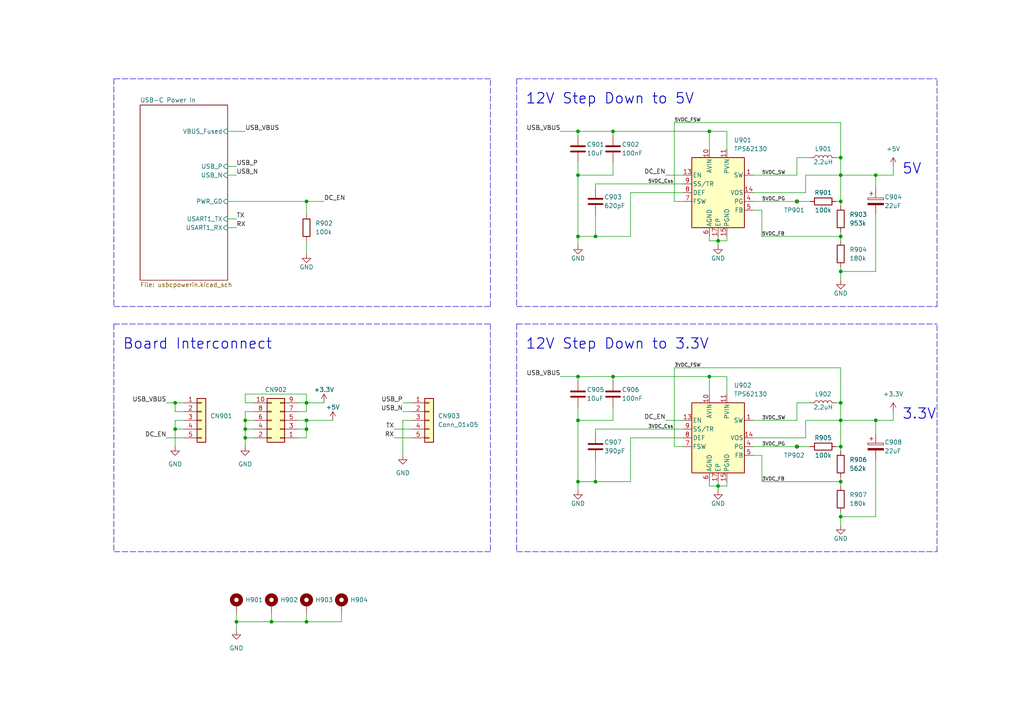
<source format=kicad_sch>
(kicad_sch (version 20211123) (generator eeschema)
  (paper "A4")
  (lib_symbols
    (symbol "Connector:TestPoint_Small" (pin_numbers hide) (pin_names (offset 0.762) hide)
      (property "Reference" "TP" (at 0 3.81 0))
      (property "Value" "TestPoint_Small" (at 0 2.032 0))
      (symbol "TestPoint_Small_0_1"
        (circle (center 0 0) (radius 0.508))
      )
      (symbol "TestPoint_Small_1_1"
        (pin passive line (at 0 0 90) (length 0) (name "1") (number "1"))
      )
    )
    (symbol "Connector_Generic:Conn_01x05" (pin_names (offset 1.016) hide)
      (property "Reference" "J" (at 0 7.62 0))
      (property "Value" "Conn_01x05" (at 0 -7.62 0))
      (symbol "Conn_01x05_1_1"
        (rectangle (start -1.27 -4.953) (end 0 -5.207) (stroke (width 0.1524)))
        (rectangle (start -1.27 -2.413) (end 0 -2.667) (stroke (width 0.1524)))
        (rectangle (start -1.27 0.127) (end 0 -0.127) (stroke (width 0.1524)))
        (rectangle (start -1.27 2.667) (end 0 2.413) (stroke (width 0.1524)))
        (rectangle (start -1.27 5.207) (end 0 4.953) (stroke (width 0.1524)))
        (rectangle (start -1.27 6.35) (end 1.27 -6.35) (stroke (width 0.254)) (fill (type background)))
        (pin passive line (at -5.08 5.08 0) (length 3.81) (name "Pin_1") (number "1"))
        (pin passive line (at -5.08 2.54 0) (length 3.81) (name "Pin_2") (number "2"))
        (pin passive line (at -5.08 0 0) (length 3.81) (name "Pin_3") (number "3"))
        (pin passive line (at -5.08 -2.54 0) (length 3.81) (name "Pin_4") (number "4"))
        (pin passive line (at -5.08 -5.08 0) (length 3.81) (name "Pin_5") (number "5"))
      )
    )
    (symbol "Connector_Generic:Conn_02x05_Odd_Even" (pin_names (offset 1.016) hide)
      (property "Reference" "J" (at 1.27 7.62 0))
      (property "Value" "Conn_02x05_Odd_Even" (at 1.27 -7.62 0))
      (symbol "Conn_02x05_Odd_Even_1_1"
        (rectangle (start -1.27 -4.953) (end 0 -5.207) (stroke (width 0.1524)))
        (rectangle (start -1.27 -2.413) (end 0 -2.667) (stroke (width 0.1524)))
        (rectangle (start -1.27 0.127) (end 0 -0.127) (stroke (width 0.1524)))
        (rectangle (start -1.27 2.667) (end 0 2.413) (stroke (width 0.1524)))
        (rectangle (start -1.27 5.207) (end 0 4.953) (stroke (width 0.1524)))
        (rectangle (start -1.27 6.35) (end 3.81 -6.35) (stroke (width 0.254)) (fill (type background)))
        (rectangle (start 3.81 -4.953) (end 2.54 -5.207) (stroke (width 0.1524)))
        (rectangle (start 3.81 -2.413) (end 2.54 -2.667) (stroke (width 0.1524)))
        (rectangle (start 3.81 0.127) (end 2.54 -0.127) (stroke (width 0.1524)))
        (rectangle (start 3.81 2.667) (end 2.54 2.413) (stroke (width 0.1524)))
        (rectangle (start 3.81 5.207) (end 2.54 4.953) (stroke (width 0.1524)))
        (pin passive line (at -5.08 5.08 0) (length 3.81) (name "Pin_1") (number "1"))
        (pin passive line (at 7.62 -5.08 180) (length 3.81) (name "Pin_10") (number "10"))
        (pin passive line (at 7.62 5.08 180) (length 3.81) (name "Pin_2") (number "2"))
        (pin passive line (at -5.08 2.54 0) (length 3.81) (name "Pin_3") (number "3"))
        (pin passive line (at 7.62 2.54 180) (length 3.81) (name "Pin_4") (number "4"))
        (pin passive line (at -5.08 0 0) (length 3.81) (name "Pin_5") (number "5"))
        (pin passive line (at 7.62 0 180) (length 3.81) (name "Pin_6") (number "6"))
        (pin passive line (at -5.08 -2.54 0) (length 3.81) (name "Pin_7") (number "7"))
        (pin passive line (at 7.62 -2.54 180) (length 3.81) (name "Pin_8") (number "8"))
        (pin passive line (at -5.08 -5.08 0) (length 3.81) (name "Pin_9") (number "9"))
      )
    )
    (symbol "Device:C" (pin_numbers hide) (pin_names (offset 0.254))
      (property "Reference" "C" (at 0.635 2.54 0))
      (property "Value" "C" (at 0.635 -2.54 0))
      (symbol "C_0_1"
        (polyline (pts (xy -2.032 -0.762) (xy 2.032 -0.762)) (stroke (width 0.508)))
        (polyline (pts (xy -2.032 0.762) (xy 2.032 0.762)) (stroke (width 0.508)))
      )
      (symbol "C_1_1"
        (pin passive line (at 0 3.81 270) (length 2.794) (name "~") (number "1"))
        (pin passive line (at 0 -3.81 90) (length 2.794) (name "~") (number "2"))
      )
    )
    (symbol "Device:C_Polarized" (pin_numbers hide) (pin_names (offset 0.254))
      (property "Reference" "C" (at 0.635 2.54 0))
      (property "Value" "C_Polarized" (at 0.635 -2.54 0))
      (symbol "C_Polarized_0_1"
        (rectangle (start -2.286 0.508) (end 2.286 1.016))
        (polyline (pts (xy -1.778 2.286) (xy -0.762 2.286)))
        (polyline (pts (xy -1.27 2.794) (xy -1.27 1.778)))
        (rectangle (start 2.286 -0.508) (end -2.286 -1.016) (fill (type outline)))
      )
      (symbol "C_Polarized_1_1"
        (pin passive line (at 0 3.81 270) (length 2.794) (name "~") (number "1"))
        (pin passive line (at 0 -3.81 90) (length 2.794) (name "~") (number "2"))
      )
    )
    (symbol "Device:L" (pin_numbers hide) (pin_names (offset 1.016) hide)
      (property "Reference" "L" (at -1.27 0 90))
      (property "Value" "L" (at 1.905 0 90))
      (symbol "L_0_1"
        (arc (start 0 -2.54) (mid 0.635 -1.905) (end 0 -1.27))
        (arc (start 0 -1.27) (mid 0.635 -0.635) (end 0 0))
        (arc (start 0 0) (mid 0.635 0.635) (end 0 1.27))
        (arc (start 0 1.27) (mid 0.635 1.905) (end 0 2.54))
      )
      (symbol "L_1_1"
        (pin passive line (at 0 3.81 270) (length 1.27) (name "1") (number "1"))
        (pin passive line (at 0 -3.81 90) (length 1.27) (name "2") (number "2"))
      )
    )
    (symbol "Device:R" (pin_numbers hide) (pin_names (offset 0))
      (property "Reference" "R" (at 2.032 0 90))
      (property "Value" "R" (at 0 0 90))
      (symbol "R_0_1"
        (rectangle (start -1.016 -2.54) (end 1.016 2.54) (stroke (width 0.254)))
      )
      (symbol "R_1_1"
        (pin passive line (at 0 3.81 270) (length 1.27) (name "~") (number "1"))
        (pin passive line (at 0 -3.81 90) (length 1.27) (name "~") (number "2"))
      )
    )
    (symbol "GND_1" (power) (pin_names (offset 0))
      (property "Value" "GND_1" (at 0 -3.81 0))
      (symbol "GND_1_0_1"
        (polyline (pts (xy 0 0) (xy 0 -1.27) (xy 1.27 -1.27) (xy 0 -2.54) (xy -1.27 -1.27) (xy 0 -1.27)))
      )
      (symbol "GND_1_1_1"
        (pin power_in line (at 0 0 270) (length 0) hide (name "GND") (number "1"))
      )
    )
    (symbol "Mechanical:MountingHole_Pad" (pin_numbers hide) (pin_names (offset 1.016) hide)
      (property "Reference" "H" (at 0 6.35 0))
      (property "Value" "MountingHole_Pad" (at 0 4.445 0))
      (symbol "MountingHole_Pad_0_1"
        (circle (center 0 1.27) (radius 1.27) (stroke (width 1.27)))
      )
      (symbol "MountingHole_Pad_1_1"
        (pin input line (at 0 -2.54 90) (length 2.54) (name "1") (number "1"))
      )
    )
    (symbol "Regulator_Switching:TPS62130" (pin_names (offset 0.254))
      (property "Reference" "U" (at 3.81 13.97 0))
      (property "Value" "TPS62130" (at 3.81 11.43 0))
      (symbol "TPS62130_0_1"
        (rectangle (start -7.62 10.16) (end 7.62 -10.16) (stroke (width 0.254)) (fill (type background)))
      )
      (symbol "TPS62130_1_1"
        (pin output line (at 10.16 5.08 180) (length 2.54) (name "SW") (number "1"))
        (pin power_in line (at -2.54 12.7 270) (length 2.54) (name "AVIN") (number "10"))
        (pin power_in line (at 2.54 12.7 270) (length 2.54) (name "PVIN") (number "11"))
        (pin passive line (at 2.54 12.7 270) (length 2.54) hide (name "PVIN") (number "12"))
        (pin input line (at -10.16 5.08 0) (length 2.54) (name "EN") (number "13"))
        (pin input line (at 10.16 0 180) (length 2.54) (name "VOS") (number "14"))
        (pin power_in line (at 2.54 -12.7 90) (length 2.54) (name "PGND") (number "15"))
        (pin passive line (at 2.54 -12.7 90) (length 2.54) hide (name "PGND") (number "16"))
        (pin power_in line (at 0 -12.7 90) (length 2.54) (name "EP") (number "17"))
        (pin passive line (at 10.16 5.08 180) (length 2.54) hide (name "SW") (number "2"))
        (pin passive line (at 10.16 5.08 180) (length 2.54) hide (name "SW") (number "3"))
        (pin open_collector line (at 10.16 -2.54 180) (length 2.54) (name "PG") (number "4"))
        (pin input line (at 10.16 -5.08 180) (length 2.54) (name "FB") (number "5"))
        (pin power_in line (at -2.54 -12.7 90) (length 2.54) (name "AGND") (number "6"))
        (pin input line (at -10.16 -2.54 0) (length 2.54) (name "FSW") (number "7"))
        (pin input line (at -10.16 0 0) (length 2.54) (name "DEF") (number "8"))
        (pin input line (at -10.16 2.54 0) (length 2.54) (name "SS/TR") (number "9"))
      )
    )
    (symbol "power:+3.3V" (power) (pin_names (offset 0))
      (property "Value" "+3.3V" (at 0 3.556 0))
      (symbol "+3.3V_0_1"
        (polyline (pts (xy -0.762 1.27) (xy 0 2.54)))
        (polyline (pts (xy 0 0) (xy 0 2.54)))
        (polyline (pts (xy 0 2.54) (xy 0.762 1.27)))
      )
      (symbol "+3.3V_1_1"
        (pin power_in line (at 0 0 90) (length 0) hide (name "+3.3V") (number "1"))
      )
    )
    (symbol "power:+5V" (power) (pin_names (offset 0))
      (property "Value" "+5V" (at 0 3.556 0))
      (symbol "+5V_0_1"
        (polyline (pts (xy -0.762 1.27) (xy 0 2.54)))
        (polyline (pts (xy 0 0) (xy 0 2.54)))
        (polyline (pts (xy 0 2.54) (xy 0.762 1.27)))
      )
      (symbol "+5V_1_1"
        (pin power_in line (at 0 0 90) (length 0) hide (name "+5V") (number "1"))
      )
    )
    (symbol "power:GND" (power) (pin_names (offset 0))
      (property "Value" "GND" (at 0 -3.81 0))
      (symbol "GND_0_1"
        (polyline (pts (xy 0 0) (xy 0 -1.27) (xy 1.27 -1.27) (xy 0 -2.54) (xy -1.27 -1.27) (xy 0 -1.27)))
      )
      (symbol "GND_1_1"
        (pin power_in line (at 0 0 270) (length 0) hide (name "GND") (number "1"))
      )
    )
  )
  (junction (at 254 121.92))
  (junction (at 167.64 121.92))
  (junction (at 243.84 116.84))
  (junction (at 167.64 109.22))
  (junction (at 71.12 124.46))
  (junction (at 231.14 58.42))
  (junction (at 50.8 124.46))
  (junction (at 167.64 50.8))
  (junction (at 172.72 139.7))
  (junction (at 243.84 68.58))
  (junction (at 88.9 121.92))
  (junction (at 243.84 121.92))
  (junction (at 167.64 139.7))
  (junction (at 88.9 116.84))
  (junction (at 172.72 68.58))
  (junction (at 88.9 58.42))
  (junction (at 243.84 58.42))
  (junction (at 78.74 180.34))
  (junction (at 167.64 68.58))
  (junction (at 205.74 109.22))
  (junction (at 177.8 109.22))
  (junction (at 243.84 129.54))
  (junction (at 88.9 124.46))
  (junction (at 68.58 180.34))
  (junction (at 50.8 116.84))
  (junction (at 243.84 149.86))
  (junction (at 208.28 140.97))
  (junction (at 177.8 38.1))
  (junction (at 71.12 121.92))
  (junction (at 205.74 38.1))
  (junction (at 167.64 38.1))
  (junction (at 243.84 78.74))
  (junction (at 243.84 139.7))
  (junction (at 243.84 50.8))
  (junction (at 243.84 45.72))
  (junction (at 71.12 127))
  (junction (at 208.28 69.85))
  (junction (at 88.9 180.34))
  (junction (at 231.14 129.54))
  (junction (at 254 50.8))
  (wire (pts (xy 242.57 129.54) (xy 243.84 129.54)))
  (wire (pts (xy 243.84 45.72) (xy 243.84 50.8)))
  (wire (pts (xy 88.9 180.34) (xy 78.74 180.34)))
  (polyline (pts (xy 149.86 22.86) (xy 149.86 88.9)))
  (wire (pts (xy 167.64 121.92) (xy 177.8 121.92)))
  (polyline (pts (xy 142.24 160.02) (xy 33.02 160.02)))
  (wire (pts (xy 88.9 58.42) (xy 66.04 58.42)))
  (polyline (pts (xy 149.86 22.86) (xy 271.78 22.86)))
  (wire (pts (xy 167.64 139.7) (xy 167.64 142.24)))
  (wire (pts (xy 254 54.61) (xy 254 50.8)))
  (wire (pts (xy 116.84 121.92) (xy 116.84 132.08)))
  (wire (pts (xy 243.84 58.42) (xy 243.84 59.69)))
  (wire (pts (xy 50.8 116.84) (xy 53.34 116.84)))
  (wire (pts (xy 195.58 106.68) (xy 243.84 106.68)))
  (wire (pts (xy 210.82 114.3) (xy 210.82 109.22)))
  (wire (pts (xy 231.14 129.54) (xy 234.95 129.54)))
  (wire (pts (xy 218.44 121.92) (xy 231.14 121.92)))
  (wire (pts (xy 177.8 38.1) (xy 177.8 39.37)))
  (polyline (pts (xy 33.02 93.98) (xy 33.02 160.02)))
  (wire (pts (xy 167.64 109.22) (xy 177.8 109.22)))
  (wire (pts (xy 177.8 46.99) (xy 177.8 50.8)))
  (wire (pts (xy 88.9 124.46) (xy 88.9 127)))
  (wire (pts (xy 172.72 124.46) (xy 172.72 125.73)))
  (wire (pts (xy 88.9 58.42) (xy 93.98 58.42)))
  (wire (pts (xy 182.88 127) (xy 182.88 139.7)))
  (wire (pts (xy 167.64 50.8) (xy 167.64 68.58)))
  (wire (pts (xy 205.74 38.1) (xy 210.82 38.1)))
  (wire (pts (xy 243.84 139.7) (xy 243.84 140.97)))
  (wire (pts (xy 234.95 45.72) (xy 231.14 45.72)))
  (polyline (pts (xy 149.86 93.98) (xy 149.86 160.02)))
  (wire (pts (xy 78.74 177.8) (xy 78.74 180.34)))
  (polyline (pts (xy 33.02 88.9) (xy 142.24 88.9)))
  (wire (pts (xy 242.57 116.84) (xy 243.84 116.84)))
  (wire (pts (xy 205.74 38.1) (xy 205.74 43.18)))
  (wire (pts (xy 243.84 78.74) (xy 243.84 81.28)))
  (wire (pts (xy 86.36 121.92) (xy 88.9 121.92)))
  (wire (pts (xy 99.06 177.8) (xy 99.06 180.34)))
  (polyline (pts (xy 271.78 88.9) (xy 271.78 22.86)))
  (wire (pts (xy 177.8 109.22) (xy 177.8 110.49)))
  (wire (pts (xy 210.82 68.58) (xy 210.82 69.85)))
  (wire (pts (xy 71.12 124.46) (xy 73.66 124.46)))
  (wire (pts (xy 233.68 127) (xy 233.68 121.92)))
  (wire (pts (xy 205.74 139.7) (xy 205.74 140.97)))
  (wire (pts (xy 50.8 124.46) (xy 50.8 129.54)))
  (wire (pts (xy 71.12 121.92) (xy 71.12 124.46)))
  (wire (pts (xy 243.84 148.59) (xy 243.84 149.86)))
  (wire (pts (xy 167.64 68.58) (xy 167.64 71.12)))
  (wire (pts (xy 208.28 69.85) (xy 208.28 71.12)))
  (wire (pts (xy 220.98 139.7) (xy 243.84 139.7)))
  (wire (pts (xy 88.9 127) (xy 86.36 127)))
  (wire (pts (xy 242.57 58.42) (xy 243.84 58.42)))
  (wire (pts (xy 243.84 116.84) (xy 243.84 121.92)))
  (wire (pts (xy 254 50.8) (xy 243.84 50.8)))
  (polyline (pts (xy 142.24 88.9) (xy 142.24 22.86)))
  (wire (pts (xy 114.3 127) (xy 119.38 127)))
  (wire (pts (xy 167.64 38.1) (xy 167.64 39.37)))
  (wire (pts (xy 177.8 38.1) (xy 205.74 38.1)))
  (wire (pts (xy 195.58 35.56) (xy 243.84 35.56)))
  (wire (pts (xy 66.04 50.8) (xy 68.58 50.8)))
  (wire (pts (xy 254 121.92) (xy 243.84 121.92)))
  (wire (pts (xy 218.44 60.96) (xy 220.98 60.96)))
  (wire (pts (xy 86.36 116.84) (xy 88.9 116.84)))
  (wire (pts (xy 88.9 121.92) (xy 88.9 124.46)))
  (wire (pts (xy 50.8 121.92) (xy 50.8 124.46)))
  (wire (pts (xy 167.64 118.11) (xy 167.64 121.92)))
  (wire (pts (xy 71.12 127) (xy 73.66 127)))
  (wire (pts (xy 88.9 177.8) (xy 88.9 180.34)))
  (wire (pts (xy 233.68 55.88) (xy 233.68 50.8)))
  (wire (pts (xy 233.68 55.88) (xy 218.44 55.88)))
  (wire (pts (xy 50.8 116.84) (xy 50.8 119.38)))
  (wire (pts (xy 114.3 124.46) (xy 119.38 124.46)))
  (wire (pts (xy 208.28 140.97) (xy 208.28 142.24)))
  (wire (pts (xy 71.12 127) (xy 71.12 129.54)))
  (wire (pts (xy 68.58 182.88) (xy 68.58 180.34)))
  (wire (pts (xy 208.28 140.97) (xy 208.28 139.7)))
  (wire (pts (xy 218.44 129.54) (xy 231.14 129.54)))
  (wire (pts (xy 198.12 121.92) (xy 193.04 121.92)))
  (polyline (pts (xy 142.24 93.98) (xy 142.24 160.02)))
  (wire (pts (xy 116.84 119.38) (xy 119.38 119.38)))
  (wire (pts (xy 220.98 68.58) (xy 243.84 68.58)))
  (wire (pts (xy 233.68 127) (xy 218.44 127)))
  (wire (pts (xy 48.26 127) (xy 53.34 127)))
  (wire (pts (xy 88.9 124.46) (xy 86.36 124.46)))
  (wire (pts (xy 53.34 121.92) (xy 50.8 121.92)))
  (wire (pts (xy 162.56 109.22) (xy 167.64 109.22)))
  (wire (pts (xy 233.68 121.92) (xy 243.84 121.92)))
  (wire (pts (xy 205.74 109.22) (xy 205.74 114.3)))
  (wire (pts (xy 243.84 138.43) (xy 243.84 139.7)))
  (wire (pts (xy 254 78.74) (xy 243.84 78.74)))
  (wire (pts (xy 220.98 132.08) (xy 220.98 139.7)))
  (wire (pts (xy 198.12 129.54) (xy 195.58 129.54)))
  (wire (pts (xy 88.9 119.38) (xy 86.36 119.38)))
  (wire (pts (xy 177.8 109.22) (xy 205.74 109.22)))
  (wire (pts (xy 242.57 45.72) (xy 243.84 45.72)))
  (wire (pts (xy 208.28 69.85) (xy 208.28 68.58)))
  (wire (pts (xy 231.14 58.42) (xy 234.95 58.42)))
  (wire (pts (xy 50.8 124.46) (xy 53.34 124.46)))
  (wire (pts (xy 198.12 55.88) (xy 182.88 55.88)))
  (wire (pts (xy 71.12 119.38) (xy 71.12 121.92)))
  (wire (pts (xy 116.84 116.84) (xy 119.38 116.84)))
  (polyline (pts (xy 271.78 160.02) (xy 271.78 93.98)))
  (wire (pts (xy 205.74 109.22) (xy 210.82 109.22)))
  (wire (pts (xy 99.06 180.34) (xy 88.9 180.34)))
  (wire (pts (xy 210.82 140.97) (xy 208.28 140.97)))
  (wire (pts (xy 243.84 129.54) (xy 243.84 130.81)))
  (polyline (pts (xy 33.02 22.86) (xy 33.02 88.9)))
  (wire (pts (xy 88.9 121.92) (xy 96.52 121.92)))
  (wire (pts (xy 71.12 116.84) (xy 73.66 116.84)))
  (wire (pts (xy 195.58 129.54) (xy 195.58 106.68)))
  (wire (pts (xy 78.74 180.34) (xy 68.58 180.34)))
  (wire (pts (xy 88.9 116.84) (xy 88.9 119.38)))
  (wire (pts (xy 254 149.86) (xy 243.84 149.86)))
  (polyline (pts (xy 149.86 93.98) (xy 271.78 93.98)))
  (wire (pts (xy 167.64 50.8) (xy 177.8 50.8)))
  (wire (pts (xy 88.9 69.85) (xy 88.9 73.66)))
  (wire (pts (xy 71.12 124.46) (xy 71.12 127)))
  (wire (pts (xy 119.38 121.92) (xy 116.84 121.92)))
  (wire (pts (xy 231.14 45.72) (xy 231.14 50.8)))
  (wire (pts (xy 243.84 67.31) (xy 243.84 68.58)))
  (wire (pts (xy 205.74 140.97) (xy 208.28 140.97)))
  (wire (pts (xy 254 50.8) (xy 259.08 50.8)))
  (wire (pts (xy 254 62.23) (xy 254 78.74)))
  (wire (pts (xy 198.12 58.42) (xy 195.58 58.42)))
  (wire (pts (xy 73.66 119.38) (xy 71.12 119.38)))
  (wire (pts (xy 254 121.92) (xy 259.08 121.92)))
  (wire (pts (xy 198.12 127) (xy 182.88 127)))
  (wire (pts (xy 172.72 139.7) (xy 182.88 139.7)))
  (wire (pts (xy 88.9 62.23) (xy 88.9 58.42)))
  (wire (pts (xy 243.84 68.58) (xy 243.84 69.85)))
  (wire (pts (xy 66.04 66.04) (xy 68.58 66.04)))
  (wire (pts (xy 172.72 62.23) (xy 172.72 68.58)))
  (polyline (pts (xy 33.02 93.98) (xy 142.24 93.98)))
  (wire (pts (xy 220.98 60.96) (xy 220.98 68.58)))
  (wire (pts (xy 205.74 68.58) (xy 205.74 69.85)))
  (wire (pts (xy 177.8 118.11) (xy 177.8 121.92)))
  (wire (pts (xy 205.74 69.85) (xy 208.28 69.85)))
  (wire (pts (xy 218.44 132.08) (xy 220.98 132.08)))
  (wire (pts (xy 172.72 133.35) (xy 172.72 139.7)))
  (wire (pts (xy 259.08 48.26) (xy 259.08 50.8)))
  (wire (pts (xy 167.64 109.22) (xy 167.64 110.49)))
  (wire (pts (xy 243.84 106.68) (xy 243.84 116.84)))
  (polyline (pts (xy 149.86 160.02) (xy 271.78 160.02)))
  (wire (pts (xy 254 125.73) (xy 254 121.92)))
  (wire (pts (xy 234.95 116.84) (xy 231.14 116.84)))
  (wire (pts (xy 172.72 68.58) (xy 167.64 68.58)))
  (wire (pts (xy 50.8 119.38) (xy 53.34 119.38)))
  (wire (pts (xy 88.9 116.84) (xy 93.98 116.84)))
  (wire (pts (xy 66.04 48.26) (xy 68.58 48.26)))
  (wire (pts (xy 198.12 53.34) (xy 172.72 53.34)))
  (wire (pts (xy 71.12 121.92) (xy 73.66 121.92)))
  (wire (pts (xy 162.56 38.1) (xy 167.64 38.1)))
  (wire (pts (xy 195.58 58.42) (xy 195.58 35.56)))
  (wire (pts (xy 243.84 50.8) (xy 243.84 58.42)))
  (wire (pts (xy 167.64 121.92) (xy 167.64 139.7)))
  (wire (pts (xy 172.72 68.58) (xy 182.88 68.58)))
  (wire (pts (xy 88.9 116.84) (xy 88.9 114.3)))
  (wire (pts (xy 66.04 63.5) (xy 68.58 63.5)))
  (wire (pts (xy 198.12 124.46) (xy 172.72 124.46)))
  (wire (pts (xy 259.08 119.38) (xy 259.08 121.92)))
  (wire (pts (xy 243.84 149.86) (xy 243.84 152.4)))
  (wire (pts (xy 198.12 50.8) (xy 193.04 50.8)))
  (wire (pts (xy 71.12 114.3) (xy 71.12 116.84)))
  (wire (pts (xy 243.84 35.56) (xy 243.84 45.72)))
  (wire (pts (xy 243.84 77.47) (xy 243.84 78.74)))
  (wire (pts (xy 218.44 58.42) (xy 231.14 58.42)))
  (wire (pts (xy 182.88 55.88) (xy 182.88 68.58)))
  (wire (pts (xy 254 133.35) (xy 254 149.86)))
  (wire (pts (xy 66.04 38.1) (xy 71.12 38.1)))
  (wire (pts (xy 231.14 116.84) (xy 231.14 121.92)))
  (wire (pts (xy 243.84 121.92) (xy 243.84 129.54)))
  (wire (pts (xy 68.58 180.34) (xy 68.58 177.8)))
  (wire (pts (xy 218.44 50.8) (xy 231.14 50.8)))
  (polyline (pts (xy 142.24 22.86) (xy 33.02 22.86)))
  (wire (pts (xy 167.64 46.99) (xy 167.64 50.8)))
  (polyline (pts (xy 149.86 88.9) (xy 271.78 88.9)))
  (wire (pts (xy 88.9 114.3) (xy 71.12 114.3)))
  (wire (pts (xy 210.82 139.7) (xy 210.82 140.97)))
  (wire (pts (xy 210.82 69.85) (xy 208.28 69.85)))
  (wire (pts (xy 233.68 50.8) (xy 243.84 50.8)))
  (wire (pts (xy 172.72 53.34) (xy 172.72 54.61)))
  (wire (pts (xy 48.26 116.84) (xy 50.8 116.84)))
  (wire (pts (xy 167.64 38.1) (xy 177.8 38.1)))
  (wire (pts (xy 210.82 43.18) (xy 210.82 38.1)))
  (wire (pts (xy 172.72 139.7) (xy 167.64 139.7)))
  (text "3.3V" (at 261.62 121.92 0) (effects (font (size 3 3) (thickness 0.254) bold) (justify left bottom)))
  (text "12V Step Down to 5V" (at 152.4 30.48 0) (effects (font (size 3 3) (thickness 0.254) bold) (justify left bottom)))
  (text "5V" (at 261.62 50.8 0) (effects (font (size 3 3) (thickness 0.254) bold) (justify left bottom)))
  (text "12V Step Down to 3.3V" (at 152.4 101.6 0) (effects (font (size 3 3) (thickness 0.254) bold) (justify left bottom)))
  (text "Board Interconnect" (at 35.56 101.6 0) (effects (font (size 3 3) (thickness 0.254) bold) (justify left bottom)))
  (label "DC_EN" (at 48.26 127 180))
  (label "3VDC_PG" (at 220.98 129.54 0) (effects (font (size 1 1))))
  (label "RX" (at 114.3 127 180))
  (label "DC_EN" (at 193.04 50.8 180))
  (label "USB_VBUS" (at 162.56 38.1 180))
  (label "TX" (at 114.3 124.46 180))
  (label "USB_P" (at 68.58 48.26 0))
  (label "3VDC_SW" (at 220.98 121.92 0) (effects (font (size 1 1))))
  (label "5VDC_FB" (at 220.98 68.58 0) (effects (font (size 1 1))))
  (label "DC_EN" (at 193.04 121.92 180))
  (label "5VDC_SW" (at 220.98 50.8 0) (effects (font (size 1 1))))
  (label "USB_N" (at 116.84 119.38 180))
  (label "USB_N" (at 68.58 50.8 0))
  (label "3VDC_Css" (at 187.96 124.46 0) (effects (font (size 1 1))))
  (label "USB_VBUS" (at 71.12 38.1 0))
  (label "5VDC_PG" (at 220.98 58.42 0) (effects (font (size 1 1))))
  (label "3VDC_FSW" (at 195.58 106.68 0) (effects (font (size 1 1))))
  (label "TX" (at 68.58 63.5 0))
  (label "USB_P" (at 116.84 116.84 180))
  (label "DC_EN" (at 93.98 58.42 0))
  (label "3VDC_FB" (at 220.98 139.7 0) (effects (font (size 1 1))))
  (label "5VDC_Css" (at 187.96 53.34 0) (effects (font (size 1 1))))
  (label "USB_VBUS" (at 162.56 109.22 180))
  (label "5VDC_FSW" (at 195.58 35.56 0) (effects (font (size 1 1))))
  (label "USB_VBUS" (at 48.26 116.84 180))
  (label "RX" (at 68.58 66.04 0))
  (symbol (lib_id "Device:C") (at 177.8 114.3 0) (unit 1)
    (property "Reference" "C906" (at 180.34 113.03 0) (effects (justify left)))
    (property "Value" "100nF" (at 180.34 115.57 0) (effects (justify left)))
    (property "Footprint" "Capacitor_SMD:C_0603_1608Metric" (effects hide))
  )
  (symbol (lib_id "Mechanical:MountingHole_Pad") (at 78.74 175.26 0) (unit 1)
    (property "Reference" "H902" (at 81.28 173.9899 0) (effects (justify left)))
    (property "Value" "MountingHole_Pad" (effects hide))
    (property "Footprint" "MountingHole:MountingHole_2.2mm_M2_Pad_Via" (effects hide))
  )
  (symbol (lib_id "Device:R") (at 243.84 73.66 0) (unit 1)
    (property "Reference" "R904" (at 246.38 72.3899 0) (effects (justify left)))
    (property "Value" "180k" (at 246.38 74.9299 0) (effects (justify left)))
    (property "Footprint" "Resistor_SMD:R_0603_1608Metric" (effects hide))
  )
  (symbol (lib_id "Device:C") (at 167.64 114.3 0) (unit 1)
    (property "Reference" "C905" (at 170.18 113.03 0) (effects (justify left)))
    (property "Value" "10uF" (at 170.18 115.57 0) (effects (justify left)))
    (property "Footprint" "Capacitor_SMD:C_0603_1608Metric" (effects hide))
  )
  (symbol (lib_id "Device:C") (at 172.72 58.42 0) (unit 1)
    (property "Reference" "C903" (at 175.26 57.15 0) (effects (justify left)))
    (property "Value" "620pF" (at 175.26 59.69 0) (effects (justify left)))
    (property "Footprint" "Capacitor_SMD:C_0603_1608Metric" (effects hide))
  )
  (symbol (lib_id "Connector_Generic:Conn_01x05") (at 124.46 121.92 0) (unit 1)
    (property "Reference" "CN903" (at 127 120.6499 0) (effects (justify left)))
    (property "Value" "Conn_01x05" (at 127 123.1899 0) (effects (justify left)))
    (property "Footprint" "Connector_PinHeader_2.54mm:PinHeader_1x05_P2.54mm_Vertical" (effects hide))
  )
  (symbol (lib_id "Device:C") (at 172.72 129.54 0) (unit 1)
    (property "Reference" "C907" (at 175.26 128.27 0) (effects (justify left)))
    (property "Value" "390pF" (at 175.26 130.81 0) (effects (justify left)))
    (property "Footprint" "Capacitor_SMD:C_0603_1608Metric" (effects hide))
  )
  (symbol (lib_id "Connector_Generic:Conn_01x05") (at 58.42 121.92 0) (unit 1)
    (property "Reference" "CN901" (at 60.96 120.6499 0) (effects (justify left)))
    (property "Value" "Conn_01x05" (effects hide))
    (property "Footprint" "Connector_PinHeader_2.54mm:PinHeader_1x05_P2.54mm_Vertical" (effects hide))
  )
  (symbol (lib_id "power:+5V") (at 259.08 48.26 0) (unit 1)
    (property "Reference" "#PWR0901" (effects hide))
    (property "Value" "+5V" (at 259.08 43.18 0))
  )
  (symbol (lib_id "Mechanical:MountingHole_Pad") (at 88.9 175.26 0) (unit 1)
    (property "Reference" "H903" (at 91.44 173.9899 0) (effects (justify left)))
    (property "Value" "MountingHole_Pad" (effects hide))
    (property "Footprint" "MountingHole:MountingHole_2.2mm_M2_Pad_Via" (effects hide))
  )
  (symbol (lib_name "GND_1") (lib_id "power:GND") (at 50.8 129.54 0) (unit 1)
    (property "Reference" "#PWR0909" (effects hide))
    (property "Value" "GND" (at 50.8 134.62 0))
  )
  (symbol (lib_id "Connector:TestPoint_Small") (at 231.14 129.54 0) (unit 1)
    (property "Reference" "TP902" (at 227.33 132.08 0) (effects (justify left)))
    (property "Value" "TestPoint_Small" (effects hide))
    (property "Footprint" "TestPoint:TestPoint_Pad_D1.0mm" (effects hide))
  )
  (symbol (lib_id "Connector:TestPoint_Small") (at 231.14 58.42 0) (unit 1)
    (property "Reference" "TP901" (at 227.33 60.96 0) (effects (justify left)))
    (property "Value" "TestPoint_Small" (effects hide))
    (property "Footprint" "TestPoint:TestPoint_Pad_D1.0mm" (effects hide))
  )
  (symbol (lib_id "Device:C") (at 167.64 43.18 0) (unit 1)
    (property "Reference" "C901" (at 170.18 41.91 0) (effects (justify left)))
    (property "Value" "10uF" (at 170.18 44.45 0) (effects (justify left)))
    (property "Footprint" "Capacitor_SMD:C_0603_1608Metric" (effects hide))
  )
  (symbol (lib_id "power:GND") (at 167.64 142.24 0) (unit 1)
    (property "Reference" "#PWR0912" (effects hide))
    (property "Value" "GND" (at 167.64 146.05 0))
  )
  (symbol (lib_id "power:GND") (at 71.12 129.54 0) (unit 1)
    (property "Reference" "#PWR0910" (effects hide))
    (property "Value" "GND" (at 71.12 134.62 0))
  )
  (symbol (lib_id "power:GND") (at 208.28 142.24 0) (unit 1)
    (property "Reference" "#PWR0913" (effects hide))
    (property "Value" "GND" (at 208.28 146.05 0))
  )
  (symbol (lib_id "power:GND") (at 243.84 152.4 0) (unit 1)
    (property "Reference" "#PWR0914" (effects hide))
    (property "Value" "GND" (at 243.84 156.21 0))
  )
  (symbol (lib_id "Regulator_Switching:TPS62130") (at 208.28 55.88 0) (unit 1)
    (property "Reference" "U901" (at 212.8394 40.64 0) (effects (justify left)))
    (property "Value" "TPS62130" (at 212.8394 43.18 0) (effects (justify left)))
    (property "Footprint" "Package_DFN_QFN:VQFN-16-1EP_3x3mm_P0.5mm_EP1.68x1.68mm_ThermalVias" (effects hide))
    (property "Datasheet" "http://www.ti.com/lit/ds/symlink/tps62130.pdf" (effects hide))
  )
  (symbol (lib_id "power:GND") (at 68.58 182.88 0) (unit 1)
    (property "Reference" "#PWR0101" (effects hide))
    (property "Value" "GND" (at 68.58 187.96 0))
  )
  (symbol (lib_id "Device:R") (at 243.84 63.5 0) (unit 1)
    (property "Reference" "R903" (at 246.38 62.2299 0) (effects (justify left)))
    (property "Value" "953k" (at 246.38 64.7699 0) (effects (justify left)))
    (property "Footprint" "Resistor_SMD:R_0603_1608Metric" (effects hide))
  )
  (symbol (lib_id "Connector_Generic:Conn_02x05_Odd_Even") (at 81.28 121.92 180) (unit 1)
    (property "Reference" "CN902" (at 80.01 113.03 0))
    (property "Value" "Conn_02x05_Odd_Even" (effects hide))
    (property "Footprint" "Connector_PinHeader_2.54mm:PinHeader_2x05_P2.54mm_Vertical" (effects hide))
  )
  (symbol (lib_id "Mechanical:MountingHole_Pad") (at 68.58 175.26 0) (unit 1)
    (property "Reference" "H901" (at 71.12 173.99 0) (effects (justify left)))
    (property "Value" "MountingHole_Pad" (effects hide))
    (property "Footprint" "MountingHole:MountingHole_2.2mm_M2_Pad_Via" (effects hide))
  )
  (symbol (lib_id "power:+5V") (at 96.52 121.92 0) (unit 1)
    (property "Reference" "#PWR0907" (effects hide))
    (property "Value" "+5V" (at 96.52 118.11 0))
  )
  (symbol (lib_id "Device:R") (at 243.84 144.78 0) (unit 1)
    (property "Reference" "R907" (at 246.38 143.5099 0) (effects (justify left)))
    (property "Value" "180k" (at 246.38 146.0499 0) (effects (justify left)))
    (property "Footprint" "Resistor_SMD:R_0603_1608Metric" (effects hide))
  )
  (symbol (lib_id "Device:L") (at 238.76 116.84 90) (unit 1)
    (property "Reference" "L902" (at 238.76 114.3 90))
    (property "Value" "2.2uH" (at 238.76 118.11 90))
    (property "Footprint" "MyLibrary:Panasonic Inductor KVP" (effects hide))
  )
  (symbol (lib_id "power:+3.3V") (at 259.08 119.38 0) (unit 1)
    (property "Reference" "#PWR0908" (effects hide))
    (property "Value" "+3.3V" (at 259.08 114.3 0))
  )
  (symbol (lib_id "Device:R") (at 88.9 66.04 0) (unit 1)
    (property "Reference" "R902" (at 91.44 64.7699 0) (effects (justify left)))
    (property "Value" "100k" (at 91.44 67.3099 0) (effects (justify left)))
    (property "Footprint" "Resistor_SMD:R_0603_1608Metric" (effects hide))
  )
  (symbol (lib_id "Regulator_Switching:TPS62130") (at 208.28 127 0) (unit 1)
    (property "Reference" "U902" (at 212.8394 111.76 0) (effects (justify left)))
    (property "Value" "TPS62130" (at 212.8394 114.3 0) (effects (justify left)))
    (property "Footprint" "Package_DFN_QFN:VQFN-16-1EP_3x3mm_P0.5mm_EP1.68x1.68mm_ThermalVias" (effects hide))
    (property "Datasheet" "http://www.ti.com/lit/ds/symlink/tps62130.pdf" (effects hide))
  )
  (symbol (lib_id "Mechanical:MountingHole_Pad") (at 99.06 175.26 0) (unit 1)
    (property "Reference" "H904" (at 101.6 173.9899 0) (effects (justify left)))
    (property "Value" "MountingHole_Pad" (effects hide))
    (property "Footprint" "MountingHole:MountingHole_2.2mm_M2_Pad_Via" (effects hide))
  )
  (symbol (lib_name "GND_1") (lib_id "power:GND") (at 116.84 132.08 0) (unit 1)
    (property "Reference" "#PWR0911" (effects hide))
    (property "Value" "GND" (at 116.84 137.16 0))
  )
  (symbol (lib_id "Device:C_Polarized") (at 254 58.42 0) (unit 1)
    (property "Reference" "C904" (at 256.54 57.15 0) (effects (justify left)))
    (property "Value" "22uF" (at 256.54 59.69 0) (effects (justify left)))
    (property "Footprint" "Capacitor_SMD:CP_Elec_6.3x5.9" (effects hide))
  )
  (symbol (lib_id "power:GND") (at 208.28 71.12 0) (unit 1)
    (property "Reference" "#PWR0904" (effects hide))
    (property "Value" "GND" (at 208.28 74.93 0))
  )
  (symbol (lib_id "Device:C_Polarized") (at 254 129.54 0) (unit 1)
    (property "Reference" "C908" (at 256.54 128.27 0) (effects (justify left)))
    (property "Value" "22uF" (at 256.54 130.81 0) (effects (justify left)))
    (property "Footprint" "Capacitor_SMD:CP_Elec_6.3x5.9" (effects hide))
  )
  (symbol (lib_id "Device:C") (at 177.8 43.18 0) (unit 1)
    (property "Reference" "C902" (at 180.34 41.91 0) (effects (justify left)))
    (property "Value" "100nF" (at 180.34 44.45 0) (effects (justify left)))
    (property "Footprint" "Capacitor_SMD:C_0603_1608Metric" (effects hide))
  )
  (symbol (lib_id "Device:R") (at 238.76 58.42 90) (unit 1)
    (property "Reference" "R901" (at 238.76 55.88 90))
    (property "Value" "100k" (at 238.76 60.96 90))
    (property "Footprint" "Resistor_SMD:R_0603_1608Metric" (effects hide))
  )
  (symbol (lib_id "power:GND") (at 88.9 73.66 0) (unit 1)
    (property "Reference" "#PWR0902" (effects hide))
    (property "Value" "GND" (at 88.9 77.47 0))
  )
  (symbol (lib_id "Device:R") (at 243.84 134.62 0) (unit 1)
    (property "Reference" "R906" (at 246.38 133.3499 0) (effects (justify left)))
    (property "Value" "562k" (at 246.38 135.8899 0) (effects (justify left)))
    (property "Footprint" "Resistor_SMD:R_0603_1608Metric" (effects hide))
  )
  (symbol (lib_id "power:GND") (at 167.64 71.12 0) (unit 1)
    (property "Reference" "#PWR0903" (effects hide))
    (property "Value" "GND" (at 167.64 74.93 0))
  )
  (symbol (lib_id "power:+3.3V") (at 93.98 116.84 0) (unit 1)
    (property "Reference" "#PWR0906" (effects hide))
    (property "Value" "+3.3V" (at 93.98 113.03 0))
  )
  (symbol (lib_id "Device:R") (at 238.76 129.54 90) (unit 1)
    (property "Reference" "R905" (at 238.76 127 90))
    (property "Value" "100k" (at 238.76 132.08 90))
    (property "Footprint" "Resistor_SMD:R_0603_1608Metric" (effects hide))
  )
  (symbol (lib_id "Device:L") (at 238.76 45.72 90) (unit 1)
    (property "Reference" "L901" (at 238.76 43.18 90))
    (property "Value" "2.2uH" (at 238.76 46.99 90))
    (property "Footprint" "MyLibrary:Panasonic Inductor KVP" (effects hide))
  )
  (symbol (lib_id "power:GND") (at 243.84 81.28 0) (unit 1)
    (property "Reference" "#PWR0905" (effects hide))
    (property "Value" "GND" (at 243.84 85.09 0))
  )
  (sheet (at 40.64 30.48) (size 25.4 50.8) (stroke (width 0.1524))
    (property "Sheet name" "USB-C Power In" (at 40.64 29.7684 0) (effects (justify left bottom)))
    (property "Sheet file" "usbcpowerin.kicad_sch" (at 40.64 81.8646 0) (effects (justify left top)))
    (pin "USB_N" input (at 66.04 50.8 0))
    (pin "USB_P" input (at 66.04 48.26 0))
    (pin "VBUS_Fused" input (at 66.04 38.1 0))
    (pin "PWR_GD" input (at 66.04 58.42 0))
    (pin "USART1_RX" input (at 66.04 66.04 0))
    (pin "USART1_TX" input (at 66.04 63.5 0))
  )
)
</source>
